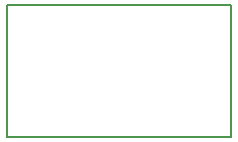
<source format=gbr>
%TF.GenerationSoftware,KiCad,Pcbnew,8.0.8*%
%TF.CreationDate,2025-02-20T13:59:42+03:00*%
%TF.ProjectId,buck_conv,6275636b-5f63-46f6-9e76-2e6b69636164,rev?*%
%TF.SameCoordinates,Original*%
%TF.FileFunction,Profile,NP*%
%FSLAX46Y46*%
G04 Gerber Fmt 4.6, Leading zero omitted, Abs format (unit mm)*
G04 Created by KiCad (PCBNEW 8.0.8) date 2025-02-20 13:59:42*
%MOMM*%
%LPD*%
G01*
G04 APERTURE LIST*
%TA.AperFunction,Profile*%
%ADD10C,0.200000*%
%TD*%
G04 APERTURE END LIST*
D10*
X146000000Y-88500000D02*
X165000000Y-88500000D01*
X165000000Y-99750000D01*
X146000000Y-99750000D01*
X146000000Y-88500000D01*
M02*

</source>
